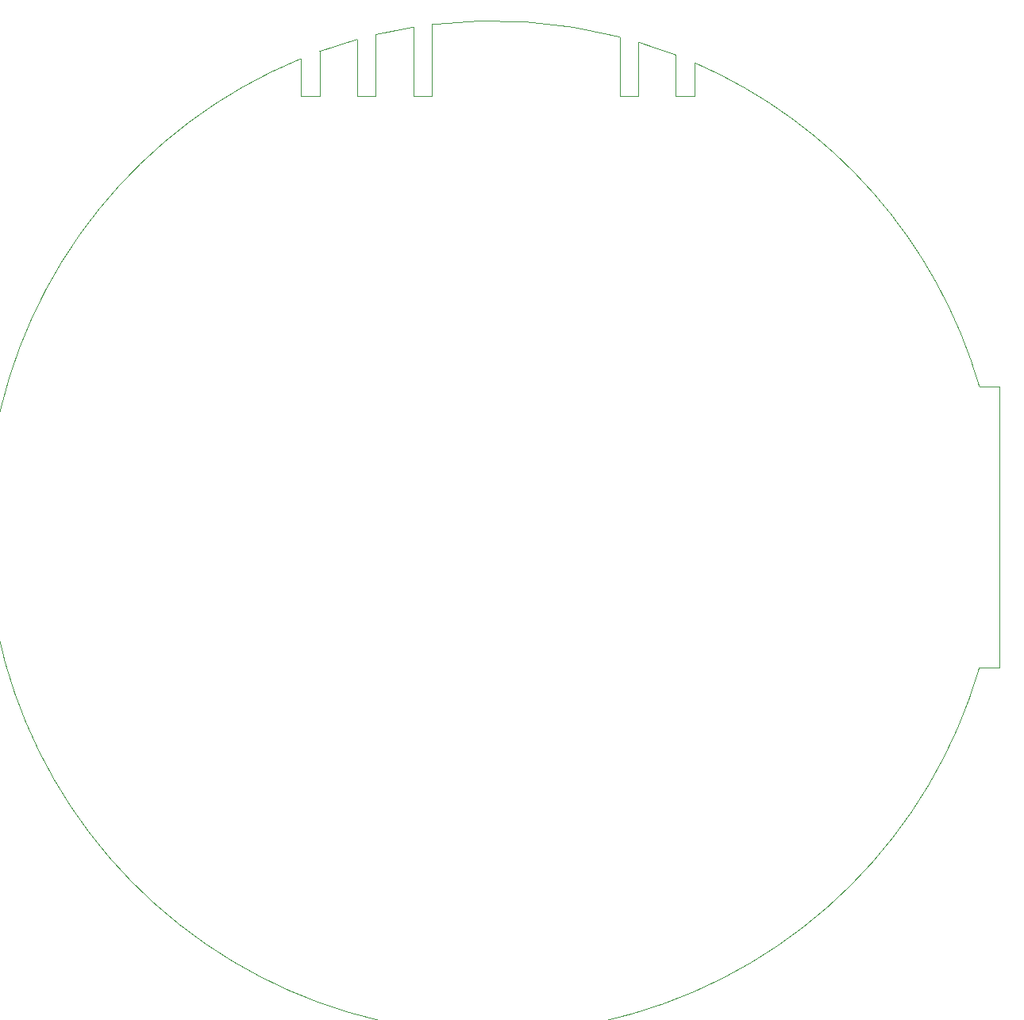
<source format=gbr>
%TF.GenerationSoftware,KiCad,Pcbnew,9.0.6-9.0.6~ubuntu24.04.1*%
%TF.CreationDate,2025-12-17T14:29:43+07:00*%
%TF.ProjectId,esp32s3-gnss-base-station,65737033-3273-4332-9d67-6e73732d6261,0.1*%
%TF.SameCoordinates,Original*%
%TF.FileFunction,Profile,NP*%
%FSLAX46Y46*%
G04 Gerber Fmt 4.6, Leading zero omitted, Abs format (unit mm)*
G04 Created by KiCad (PCBNEW 9.0.6-9.0.6~ubuntu24.04.1) date 2025-12-17 14:29:43*
%MOMM*%
%LPD*%
G01*
G04 APERTURE LIST*
%TA.AperFunction,Profile*%
%ADD10C,0.050000*%
%TD*%
G04 APERTURE END LIST*
D10*
X91500000Y-54000000D02*
X93500000Y-54000000D01*
X93500000Y-54000000D02*
X93500000Y-46392633D01*
X154000000Y-100000000D02*
X154000000Y-85000000D01*
X115500000Y-54000000D02*
X113500000Y-54000000D01*
X79500000Y-54000000D02*
X81500000Y-54000000D01*
X119500000Y-54000000D02*
X121500000Y-54000000D01*
X81500000Y-49267862D02*
G75*
G02*
X85500000Y-47983177I18500100J-50732438D01*
G01*
X115500000Y-54000000D02*
X115500003Y-48272355D01*
X151874846Y-114999993D02*
G75*
G02*
X79500000Y-50042524I-51874846J14999993D01*
G01*
X91500000Y-46673180D02*
X91500000Y-54000000D01*
X119499989Y-49643772D02*
X119500000Y-54000000D01*
X85500000Y-54000000D02*
X87500000Y-54000000D01*
X79500000Y-50042523D02*
X79500000Y-54000000D01*
X87500001Y-54000000D02*
X87499997Y-47466680D01*
X113500000Y-47714727D02*
X113500000Y-54000000D01*
X87499997Y-47466680D02*
G75*
G02*
X91500000Y-46673178I12499803J-52532220D01*
G01*
X85500000Y-47983178D02*
X85500000Y-54000000D01*
X115499999Y-48272353D02*
G75*
G02*
X119499989Y-49643771I-15499899J-51727347D01*
G01*
X81500000Y-54000000D02*
X81500000Y-49267863D01*
X154000000Y-115000000D02*
X151874848Y-114999994D01*
X121499999Y-50464661D02*
G75*
G02*
X151874848Y-85000003I-21499999J-49535339D01*
G01*
X154000000Y-100000000D02*
X154000000Y-115000000D01*
X154000000Y-85000000D02*
X151874848Y-85000003D01*
X93500000Y-46392633D02*
G75*
G02*
X113500000Y-47714727I6500000J-53607367D01*
G01*
X121500000Y-54000000D02*
X121499999Y-50464662D01*
M02*

</source>
